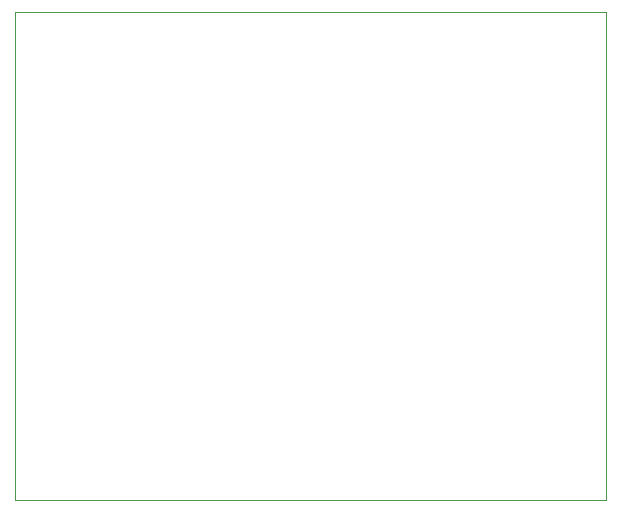
<source format=gm1>
G04 #@! TF.GenerationSoftware,KiCad,Pcbnew,8.0.5*
G04 #@! TF.CreationDate,2024-11-06T19:49:11-08:00*
G04 #@! TF.ProjectId,Vanguard_new,56616e67-7561-4726-945f-6e65772e6b69,rev?*
G04 #@! TF.SameCoordinates,Original*
G04 #@! TF.FileFunction,Profile,NP*
%FSLAX46Y46*%
G04 Gerber Fmt 4.6, Leading zero omitted, Abs format (unit mm)*
G04 Created by KiCad (PCBNEW 8.0.5) date 2024-11-06 19:49:11*
%MOMM*%
%LPD*%
G01*
G04 APERTURE LIST*
G04 #@! TA.AperFunction,Profile*
%ADD10C,0.050000*%
G04 #@! TD*
G04 APERTURE END LIST*
D10*
X142260000Y-93250000D02*
X192260000Y-93250000D01*
X192260000Y-134490000D01*
X142260000Y-134490000D01*
X142260000Y-93250000D01*
M02*

</source>
